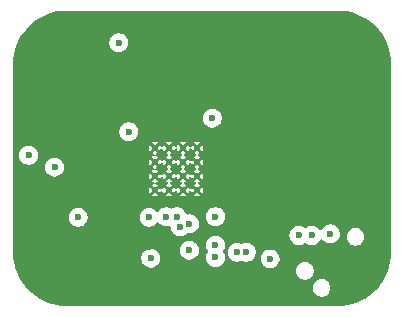
<source format=gbr>
%TF.GenerationSoftware,KiCad,Pcbnew,9.0.3-9.0.3-0~ubuntu24.04.1*%
%TF.CreationDate,2025-07-11T01:45:30-04:00*%
%TF.ProjectId,tire_sensor,74697265-5f73-4656-9e73-6f722e6b6963,rev?*%
%TF.SameCoordinates,Original*%
%TF.FileFunction,Copper,L2,Inr*%
%TF.FilePolarity,Positive*%
%FSLAX46Y46*%
G04 Gerber Fmt 4.6, Leading zero omitted, Abs format (unit mm)*
G04 Created by KiCad (PCBNEW 9.0.3-9.0.3-0~ubuntu24.04.1) date 2025-07-11 01:45:30*
%MOMM*%
%LPD*%
G01*
G04 APERTURE LIST*
%TA.AperFunction,HeatsinkPad*%
%ADD10C,0.500000*%
%TD*%
%TA.AperFunction,ComponentPad*%
%ADD11R,0.500000X0.900000*%
%TD*%
%TA.AperFunction,ViaPad*%
%ADD12C,0.300000*%
%TD*%
%TA.AperFunction,ViaPad*%
%ADD13C,0.600000*%
%TD*%
%TA.AperFunction,ViaPad*%
%ADD14C,3.250000*%
%TD*%
G04 APERTURE END LIST*
D10*
%TO.N,GND*%
%TO.C,U1*%
X82330000Y58800000D03*
X82330000Y60000000D03*
X82330000Y61200000D03*
X82330000Y62400000D03*
X81130000Y58800000D03*
X81130000Y60000000D03*
X81130000Y61200000D03*
X81130000Y62400000D03*
X79930000Y58800000D03*
X79930000Y60000000D03*
X79930000Y61200000D03*
X79930000Y62400000D03*
X78730000Y58800000D03*
X78730000Y60000000D03*
X78730000Y61200000D03*
X78730000Y62400000D03*
%TD*%
D11*
%TO.N,GND*%
%TO.C,AE1*%
X90750000Y58400000D03*
%TD*%
D12*
%TO.N,GND*%
X87000000Y61100000D03*
D13*
X75750000Y58750000D03*
X89000000Y62500000D03*
X71000000Y66750000D03*
X69000000Y56500000D03*
X78250000Y50500000D03*
X87000000Y56750000D03*
X86250000Y71250000D03*
%TO.N,VDD_NRF*%
X72250000Y56500000D03*
%TO.N,GND*%
X84750000Y55500000D03*
%TO.N,VDD_NRF*%
X75685000Y71287500D03*
%TO.N,GND*%
X87000000Y63400000D03*
%TO.N,VDD_NRF*%
X78250000Y56500000D03*
X78400000Y53050000D03*
X68050000Y61750000D03*
%TO.N,GND*%
X74970000Y63750000D03*
X87400000Y66900000D03*
%TO.N,VDD_NRF*%
X93600000Y55100000D03*
%TO.N,/nRESET*%
X92037443Y54962557D03*
X90937557Y54962557D03*
%TO.N,VDD_NRF*%
X88500000Y53000000D03*
D12*
%TO.N,GND*%
X90700000Y59100000D03*
X90443879Y59926017D03*
X90657697Y61050000D03*
X90192136Y61039320D03*
X90000000Y60000000D03*
X89600000Y60000000D03*
X89200000Y60000000D03*
X88800000Y60000000D03*
X88400000Y60000000D03*
X88000000Y60000000D03*
X87600000Y60000000D03*
X87400000Y61000000D03*
X87800000Y61000000D03*
X88200000Y61000000D03*
X88600000Y61000000D03*
X89000000Y61000000D03*
X89400000Y61000000D03*
D14*
X70750000Y52750000D03*
X70750000Y70250000D03*
D13*
%TO.N,VDD_NRF*%
X76530000Y63750000D03*
X70250000Y60750000D03*
X83600000Y64900000D03*
D12*
%TO.N,GND*%
X85200000Y59780000D03*
X85600000Y59780000D03*
D13*
X86250000Y62500000D03*
D12*
X89800000Y60980000D03*
D13*
X83600000Y65900000D03*
X75250000Y62750000D03*
X77220000Y65050000D03*
X82600000Y65900000D03*
X88500000Y54000000D03*
X84600000Y66100000D03*
D12*
X86000000Y59780000D03*
X87200000Y60000000D03*
D13*
X77250000Y56500000D03*
X78250000Y54000000D03*
X81600000Y65900000D03*
X79250000Y54000000D03*
X73000000Y59000000D03*
X84750000Y59500000D03*
X85700000Y64700000D03*
D12*
X86800000Y59780000D03*
D13*
X72750000Y63500000D03*
D12*
X86400000Y59780000D03*
D13*
X86250000Y61500000D03*
X70250000Y62750000D03*
%TO.N,/SDO*%
X81671956Y53722419D03*
X81671956Y55950000D03*
X83880000Y53100000D03*
%TO.N,/CS_DPS368*%
X80880000Y55700000D03*
%TO.N,/SDI*%
X83880000Y54145400D03*
%TO.N,/SCK*%
X83880000Y56550000D03*
%TO.N,/INT_LIS3DHTR*%
X86482403Y53550000D03*
X79730000Y56550000D03*
%TO.N,/CS_LIS3DHTR*%
X80601400Y56550000D03*
X85730000Y53550000D03*
%TO.N,GND*%
X97400000Y56100000D03*
D12*
X97600000Y56800000D03*
X96800000Y56800000D03*
X90800000Y70200000D03*
X93600000Y56800000D03*
X90800000Y67400000D03*
X90700000Y59500000D03*
X90800000Y66200000D03*
D13*
X97400000Y55400000D03*
D12*
X90800000Y65400000D03*
X92400000Y56800000D03*
X90800000Y64600000D03*
X96000000Y56800000D03*
X90800000Y69000000D03*
X98400000Y56800000D03*
X98000000Y56800000D03*
X90800000Y63400000D03*
X90800000Y61400000D03*
X90800000Y66600000D03*
X94800000Y56800000D03*
X90800000Y57600000D03*
X90800000Y56800000D03*
X90800000Y70600000D03*
X94400000Y56800000D03*
X90800000Y65800000D03*
X90800000Y63800000D03*
X93200000Y56800000D03*
X90800000Y71000000D03*
X90800000Y68200000D03*
X90800000Y62600000D03*
X90800000Y73000000D03*
X97200000Y56800000D03*
X90800000Y69800000D03*
X92000000Y56800000D03*
X90800000Y65000000D03*
X90800000Y68600000D03*
X92800000Y56800000D03*
X90800000Y73400000D03*
X95600000Y56800000D03*
X90800000Y72200000D03*
X90800000Y71400000D03*
X90800000Y69400000D03*
X90800000Y71800000D03*
X94000000Y56800000D03*
X90800000Y63000000D03*
X91600000Y56800000D03*
X96400000Y56800000D03*
X90800000Y62200000D03*
X95200000Y56800000D03*
X90800000Y72600000D03*
X90800000Y67000000D03*
X91200000Y56800000D03*
X90800000Y73800000D03*
X90800000Y64200000D03*
X90800000Y57200000D03*
X90800000Y61800000D03*
X90800000Y67800000D03*
D13*
X89500000Y54000000D03*
%TD*%
%TA.AperFunction,Conductor*%
%TO.N,GND*%
G36*
X94184112Y73999499D02*
G01*
X94247300Y73999500D01*
X94252707Y73999382D01*
X94636754Y73982617D01*
X94647530Y73981674D01*
X94657147Y73980408D01*
X95025969Y73931854D01*
X95036600Y73929981D01*
X95409286Y73847360D01*
X95419712Y73844566D01*
X95783774Y73729779D01*
X95793902Y73726093D01*
X96146581Y73580009D01*
X96156372Y73575443D01*
X96494941Y73399195D01*
X96504309Y73393787D01*
X96826236Y73188697D01*
X96835094Y73182495D01*
X97137925Y72950123D01*
X97146212Y72943169D01*
X97427629Y72685296D01*
X97435278Y72677647D01*
X97693154Y72396222D01*
X97700107Y72387935D01*
X97932468Y72085112D01*
X97938673Y72076250D01*
X98143755Y71754330D01*
X98149164Y71744962D01*
X98325412Y71406386D01*
X98329981Y71396587D01*
X98476057Y71043920D01*
X98479756Y71033754D01*
X98594526Y70669732D01*
X98597326Y70659283D01*
X98679939Y70286619D01*
X98681817Y70275965D01*
X98731631Y69897537D01*
X98732574Y69886761D01*
X98749381Y69501686D01*
X98749499Y69496281D01*
X98749499Y69463788D01*
X98749499Y69434116D01*
X98749499Y69434114D01*
X98749500Y69424122D01*
X98749500Y53502705D01*
X98749382Y53497296D01*
X98732615Y53113248D01*
X98731672Y53102472D01*
X98681851Y52724042D01*
X98679973Y52713389D01*
X98597357Y52340728D01*
X98594557Y52330279D01*
X98479778Y51966246D01*
X98476078Y51956080D01*
X98330006Y51603430D01*
X98325434Y51593626D01*
X98149187Y51255060D01*
X98143779Y51245692D01*
X97938689Y50923765D01*
X97932484Y50914903D01*
X97700110Y50612068D01*
X97693156Y50603781D01*
X97435294Y50322376D01*
X97427645Y50314727D01*
X97146213Y50056845D01*
X97137926Y50049892D01*
X96835109Y49817533D01*
X96826248Y49811328D01*
X96504318Y49606238D01*
X96494950Y49600830D01*
X96156371Y49424578D01*
X96146566Y49420006D01*
X95793926Y49273941D01*
X95783761Y49270241D01*
X95419725Y49155462D01*
X95409275Y49152662D01*
X95036612Y49070048D01*
X95025959Y49068170D01*
X94647531Y49018352D01*
X94636755Y49017409D01*
X94252130Y49000619D01*
X94246724Y49000501D01*
X94214422Y49000501D01*
X94184112Y49000501D01*
X94184108Y49000501D01*
X94176504Y49000500D01*
X94176503Y49000501D01*
X94176502Y49000500D01*
X71252712Y49000500D01*
X71247302Y49000618D01*
X70863252Y49017389D01*
X70852476Y49018332D01*
X70474044Y49068156D01*
X70463391Y49070034D01*
X70090728Y49152653D01*
X70080279Y49155453D01*
X69716242Y49270235D01*
X69706077Y49273935D01*
X69353427Y49420008D01*
X69343623Y49424580D01*
X69005056Y49600827D01*
X68995688Y49606235D01*
X68673752Y49811330D01*
X68664891Y49817535D01*
X68362072Y50049896D01*
X68353785Y50056849D01*
X68072358Y50314727D01*
X68064709Y50322376D01*
X67872358Y50532288D01*
X67857973Y50547986D01*
X67806823Y50603806D01*
X67801647Y50609975D01*
X92125582Y50609975D01*
X92125582Y50463056D01*
X92153565Y50322376D01*
X92154242Y50318973D01*
X92164626Y50293904D01*
X92210460Y50183249D01*
X92210465Y50183240D01*
X92292080Y50061096D01*
X92292083Y50061092D01*
X92395958Y49957217D01*
X92395962Y49957214D01*
X92518106Y49875599D01*
X92518112Y49875596D01*
X92518113Y49875595D01*
X92653840Y49819375D01*
X92797922Y49790716D01*
X92797926Y49790715D01*
X92797927Y49790715D01*
X92944838Y49790715D01*
X92944839Y49790716D01*
X93088924Y49819375D01*
X93224651Y49875595D01*
X93346802Y49957214D01*
X93450683Y50061095D01*
X93532302Y50183246D01*
X93588522Y50318973D01*
X93617182Y50463060D01*
X93617182Y50609970D01*
X93588522Y50754057D01*
X93532302Y50889784D01*
X93532301Y50889785D01*
X93532298Y50889791D01*
X93450683Y51011935D01*
X93450680Y51011939D01*
X93346805Y51115814D01*
X93346801Y51115817D01*
X93224657Y51197432D01*
X93224648Y51197437D01*
X93108148Y51245692D01*
X93088924Y51253655D01*
X93088920Y51253656D01*
X93088916Y51253657D01*
X92944841Y51282315D01*
X92944837Y51282315D01*
X92797927Y51282315D01*
X92797922Y51282315D01*
X92653847Y51253657D01*
X92653837Y51253654D01*
X92518115Y51197437D01*
X92518106Y51197432D01*
X92395962Y51115817D01*
X92395958Y51115814D01*
X92292083Y51011939D01*
X92292080Y51011935D01*
X92210465Y50889791D01*
X92210460Y50889782D01*
X92154243Y50754060D01*
X92154240Y50754050D01*
X92125582Y50609975D01*
X67801647Y50609975D01*
X67799875Y50612087D01*
X67746251Y50681970D01*
X67567509Y50914909D01*
X67561307Y50923766D01*
X67505136Y51011935D01*
X67356213Y51245695D01*
X67350806Y51255059D01*
X67174542Y51593650D01*
X67169985Y51603421D01*
X67035053Y51929168D01*
X67023899Y51956096D01*
X67020200Y51966260D01*
X66994800Y52046816D01*
X90688741Y52046816D01*
X90688741Y51899897D01*
X90717399Y51755822D01*
X90717402Y51755812D01*
X90773619Y51620090D01*
X90773624Y51620081D01*
X90855239Y51497937D01*
X90855242Y51497933D01*
X90959117Y51394058D01*
X90959121Y51394055D01*
X91081265Y51312440D01*
X91081271Y51312437D01*
X91081272Y51312436D01*
X91216999Y51256216D01*
X91361081Y51227557D01*
X91361085Y51227556D01*
X91361086Y51227556D01*
X91507997Y51227556D01*
X91507998Y51227557D01*
X91652083Y51256216D01*
X91787810Y51312436D01*
X91909961Y51394055D01*
X92013842Y51497936D01*
X92095461Y51620087D01*
X92151681Y51755814D01*
X92180341Y51899901D01*
X92180341Y52046811D01*
X92151681Y52190898D01*
X92095461Y52326625D01*
X92095460Y52326626D01*
X92095457Y52326632D01*
X92013842Y52448776D01*
X92013839Y52448780D01*
X91909964Y52552655D01*
X91909960Y52552658D01*
X91787816Y52634273D01*
X91787807Y52634278D01*
X91652085Y52690495D01*
X91652086Y52690495D01*
X91652083Y52690496D01*
X91652079Y52690497D01*
X91652075Y52690498D01*
X91508000Y52719156D01*
X91507996Y52719156D01*
X91361086Y52719156D01*
X91361081Y52719156D01*
X91217006Y52690498D01*
X91216996Y52690495D01*
X91081274Y52634278D01*
X91081265Y52634273D01*
X90959121Y52552658D01*
X90959117Y52552655D01*
X90855242Y52448780D01*
X90855239Y52448776D01*
X90773624Y52326632D01*
X90773619Y52326623D01*
X90717402Y52190901D01*
X90717399Y52190891D01*
X90688741Y52046816D01*
X66994800Y52046816D01*
X66905411Y52330309D01*
X66902618Y52340736D01*
X66896075Y52370249D01*
X66819992Y52713410D01*
X66818121Y52724021D01*
X66768287Y53102501D01*
X66767347Y53113248D01*
X66766666Y53128847D01*
X77599500Y53128847D01*
X77599500Y52971154D01*
X77630261Y52816511D01*
X77630264Y52816499D01*
X77690602Y52670828D01*
X77690609Y52670815D01*
X77778210Y52539712D01*
X77778213Y52539708D01*
X77889707Y52428214D01*
X77889711Y52428211D01*
X78020814Y52340610D01*
X78020827Y52340603D01*
X78166498Y52280265D01*
X78166503Y52280263D01*
X78321153Y52249501D01*
X78321156Y52249500D01*
X78321158Y52249500D01*
X78478844Y52249500D01*
X78478845Y52249501D01*
X78633497Y52280263D01*
X78779179Y52340606D01*
X78910289Y52428211D01*
X79021789Y52539711D01*
X79109394Y52670821D01*
X79169737Y52816503D01*
X79200500Y52971158D01*
X79200500Y53128842D01*
X79200500Y53128845D01*
X79200499Y53128847D01*
X79200364Y53129526D01*
X79169737Y53283497D01*
X79156062Y53316511D01*
X79109397Y53429173D01*
X79109390Y53429186D01*
X79021789Y53560289D01*
X79021786Y53560293D01*
X78910292Y53671787D01*
X78910288Y53671790D01*
X78861707Y53704251D01*
X78779185Y53759391D01*
X78779172Y53759398D01*
X78678092Y53801266D01*
X80871456Y53801266D01*
X80871456Y53643573D01*
X80902217Y53488930D01*
X80902220Y53488918D01*
X80962558Y53343247D01*
X80962565Y53343234D01*
X81050166Y53212131D01*
X81050169Y53212127D01*
X81161663Y53100633D01*
X81161667Y53100630D01*
X81292770Y53013029D01*
X81292783Y53013022D01*
X81393858Y52971156D01*
X81438459Y52952682D01*
X81593109Y52921920D01*
X81593112Y52921919D01*
X81593114Y52921919D01*
X81750800Y52921919D01*
X81750801Y52921920D01*
X81905453Y52952682D01*
X82051135Y53013025D01*
X82182245Y53100630D01*
X82293745Y53212130D01*
X82381350Y53343240D01*
X82441693Y53488922D01*
X82472456Y53643577D01*
X82472456Y53801261D01*
X82472456Y53801264D01*
X82472455Y53801266D01*
X82462662Y53850500D01*
X82441693Y53955916D01*
X82395864Y54066558D01*
X82381353Y54101592D01*
X82381351Y54101596D01*
X82381350Y54101598D01*
X82334449Y54171790D01*
X82299399Y54224247D01*
X83079500Y54224247D01*
X83079500Y54066554D01*
X83110261Y53911911D01*
X83110264Y53911899D01*
X83170602Y53766228D01*
X83170608Y53766217D01*
X83220472Y53691590D01*
X83241349Y53624913D01*
X83222864Y53557533D01*
X83220472Y53553810D01*
X83170608Y53479184D01*
X83170602Y53479173D01*
X83110264Y53333502D01*
X83110261Y53333490D01*
X83079500Y53178847D01*
X83079500Y53021154D01*
X83110261Y52866511D01*
X83110264Y52866499D01*
X83170602Y52720828D01*
X83170609Y52720815D01*
X83258210Y52589712D01*
X83258213Y52589708D01*
X83369707Y52478214D01*
X83369711Y52478211D01*
X83500814Y52390610D01*
X83500827Y52390603D01*
X83646464Y52330279D01*
X83646503Y52330263D01*
X83801153Y52299501D01*
X83801156Y52299500D01*
X83801158Y52299500D01*
X83958844Y52299500D01*
X83958845Y52299501D01*
X84113497Y52330263D01*
X84259179Y52390606D01*
X84390289Y52478211D01*
X84501789Y52589711D01*
X84589394Y52720821D01*
X84649737Y52866503D01*
X84680500Y53021158D01*
X84680500Y53178842D01*
X84680500Y53178845D01*
X84680499Y53178847D01*
X84673879Y53212127D01*
X84649737Y53333497D01*
X84645701Y53343240D01*
X84589397Y53479173D01*
X84589390Y53479186D01*
X84539528Y53553809D01*
X84533553Y53572888D01*
X84523047Y53589898D01*
X84523326Y53605550D01*
X84518650Y53620486D01*
X84520943Y53628847D01*
X84929500Y53628847D01*
X84929500Y53471154D01*
X84960261Y53316511D01*
X84960264Y53316499D01*
X85020602Y53170828D01*
X85020609Y53170815D01*
X85108210Y53039712D01*
X85108213Y53039708D01*
X85219707Y52928214D01*
X85219711Y52928211D01*
X85350814Y52840610D01*
X85350827Y52840603D01*
X85496498Y52780265D01*
X85496503Y52780263D01*
X85651153Y52749501D01*
X85651156Y52749500D01*
X85651158Y52749500D01*
X85808844Y52749500D01*
X85808845Y52749501D01*
X85963497Y52780263D01*
X86058750Y52819719D01*
X86128217Y52827187D01*
X86153649Y52819720D01*
X86248906Y52780263D01*
X86403556Y52749501D01*
X86403559Y52749500D01*
X86403561Y52749500D01*
X86561247Y52749500D01*
X86561248Y52749501D01*
X86715900Y52780263D01*
X86861582Y52840606D01*
X86992692Y52928211D01*
X87104192Y53039711D01*
X87130342Y53078847D01*
X87699500Y53078847D01*
X87699500Y52921154D01*
X87730261Y52766511D01*
X87730264Y52766499D01*
X87790602Y52620828D01*
X87790609Y52620815D01*
X87878210Y52489712D01*
X87878213Y52489708D01*
X87989707Y52378214D01*
X87989711Y52378211D01*
X88120814Y52290610D01*
X88120827Y52290603D01*
X88220060Y52249500D01*
X88266503Y52230263D01*
X88421153Y52199501D01*
X88421156Y52199500D01*
X88421158Y52199500D01*
X88578844Y52199500D01*
X88578845Y52199501D01*
X88733497Y52230263D01*
X88879179Y52290606D01*
X89010289Y52378211D01*
X89121789Y52489711D01*
X89209394Y52620821D01*
X89269737Y52766503D01*
X89300500Y52921158D01*
X89300500Y53078842D01*
X89300500Y53078845D01*
X89300499Y53078847D01*
X89295798Y53102482D01*
X89269737Y53233497D01*
X89253582Y53272499D01*
X89209397Y53379173D01*
X89209390Y53379186D01*
X89121789Y53510289D01*
X89121786Y53510293D01*
X89010292Y53621787D01*
X89010288Y53621790D01*
X88879185Y53709391D01*
X88879172Y53709398D01*
X88733501Y53769736D01*
X88733489Y53769739D01*
X88578845Y53800500D01*
X88578842Y53800500D01*
X88421158Y53800500D01*
X88421155Y53800500D01*
X88266510Y53769739D01*
X88266498Y53769736D01*
X88120827Y53709398D01*
X88120814Y53709391D01*
X87989711Y53621790D01*
X87989707Y53621787D01*
X87878213Y53510293D01*
X87878210Y53510289D01*
X87790609Y53379186D01*
X87790602Y53379173D01*
X87730264Y53233502D01*
X87730261Y53233490D01*
X87699500Y53078847D01*
X87130342Y53078847D01*
X87153337Y53113261D01*
X87180441Y53153825D01*
X87180441Y53153826D01*
X87191797Y53170821D01*
X87195122Y53178847D01*
X87233913Y53272499D01*
X87252140Y53316503D01*
X87282903Y53471158D01*
X87282903Y53628842D01*
X87282903Y53628845D01*
X87282902Y53628847D01*
X87271162Y53687866D01*
X87252140Y53783497D01*
X87244780Y53801266D01*
X87191800Y53929173D01*
X87191793Y53929186D01*
X87104192Y54060289D01*
X87104189Y54060293D01*
X86992695Y54171787D01*
X86992691Y54171790D01*
X86861588Y54259391D01*
X86861575Y54259398D01*
X86715904Y54319736D01*
X86715892Y54319739D01*
X86561248Y54350500D01*
X86561245Y54350500D01*
X86403561Y54350500D01*
X86403558Y54350500D01*
X86248914Y54319740D01*
X86248913Y54319739D01*
X86248910Y54319738D01*
X86248906Y54319737D01*
X86153650Y54280282D01*
X86084183Y54272814D01*
X86058749Y54280283D01*
X85963498Y54319737D01*
X85963488Y54319740D01*
X85808845Y54350500D01*
X85808842Y54350500D01*
X85651158Y54350500D01*
X85651155Y54350500D01*
X85496510Y54319739D01*
X85496498Y54319736D01*
X85350827Y54259398D01*
X85350814Y54259391D01*
X85219711Y54171790D01*
X85219707Y54171787D01*
X85108213Y54060293D01*
X85108210Y54060289D01*
X85020609Y53929186D01*
X85020602Y53929173D01*
X84960264Y53783502D01*
X84960261Y53783490D01*
X84929500Y53628847D01*
X84520943Y53628847D01*
X84523938Y53639765D01*
X84524296Y53659756D01*
X84536311Y53684868D01*
X84537134Y53687866D01*
X84539530Y53691594D01*
X84547705Y53703828D01*
X84547705Y53703829D01*
X84589390Y53766215D01*
X84589391Y53766217D01*
X84589394Y53766221D01*
X84649737Y53911903D01*
X84680500Y54066558D01*
X84680500Y54224242D01*
X84680500Y54224245D01*
X84680499Y54224247D01*
X84661505Y54319736D01*
X84649737Y54378897D01*
X84627817Y54431817D01*
X84589397Y54524573D01*
X84589390Y54524586D01*
X84501789Y54655689D01*
X84501786Y54655693D01*
X84390292Y54767187D01*
X84390288Y54767190D01*
X84259185Y54854791D01*
X84259172Y54854798D01*
X84113501Y54915136D01*
X84113491Y54915139D01*
X84059521Y54925874D01*
X84059520Y54925875D01*
X83958845Y54945900D01*
X83958842Y54945900D01*
X83801158Y54945900D01*
X83801155Y54945900D01*
X83646510Y54915139D01*
X83646498Y54915136D01*
X83500827Y54854798D01*
X83500814Y54854791D01*
X83369711Y54767190D01*
X83369707Y54767187D01*
X83258213Y54655693D01*
X83258210Y54655689D01*
X83170609Y54524586D01*
X83170602Y54524573D01*
X83110264Y54378902D01*
X83110261Y54378890D01*
X83079500Y54224247D01*
X82299399Y54224247D01*
X82293745Y54232709D01*
X82182248Y54344206D01*
X82182244Y54344209D01*
X82051141Y54431810D01*
X82051128Y54431817D01*
X81905457Y54492155D01*
X81905445Y54492158D01*
X81750801Y54522919D01*
X81750798Y54522919D01*
X81593114Y54522919D01*
X81593111Y54522919D01*
X81438466Y54492158D01*
X81438454Y54492155D01*
X81292783Y54431817D01*
X81292770Y54431810D01*
X81161667Y54344209D01*
X81161663Y54344206D01*
X81050169Y54232712D01*
X81050166Y54232708D01*
X80962565Y54101605D01*
X80962558Y54101592D01*
X80902220Y53955921D01*
X80902217Y53955909D01*
X80871456Y53801266D01*
X78678092Y53801266D01*
X78633501Y53819736D01*
X78633489Y53819739D01*
X78478845Y53850500D01*
X78478842Y53850500D01*
X78321158Y53850500D01*
X78321155Y53850500D01*
X78166510Y53819739D01*
X78166498Y53819736D01*
X78020827Y53759398D01*
X78020814Y53759391D01*
X77889711Y53671790D01*
X77889707Y53671787D01*
X77778213Y53560293D01*
X77778210Y53560289D01*
X77690609Y53429186D01*
X77690602Y53429173D01*
X77630264Y53283502D01*
X77630261Y53283490D01*
X77599500Y53128847D01*
X66766666Y53128847D01*
X66750618Y53496278D01*
X66750500Y53501689D01*
X66750500Y56578847D01*
X71449500Y56578847D01*
X71449500Y56421154D01*
X71480261Y56266511D01*
X71480264Y56266499D01*
X71540602Y56120828D01*
X71540609Y56120815D01*
X71628210Y55989712D01*
X71628213Y55989708D01*
X71739707Y55878214D01*
X71739711Y55878211D01*
X71870814Y55790610D01*
X71870827Y55790603D01*
X72011602Y55732293D01*
X72016503Y55730263D01*
X72171153Y55699501D01*
X72171156Y55699500D01*
X72171158Y55699500D01*
X72328844Y55699500D01*
X72328845Y55699501D01*
X72483497Y55730263D01*
X72629179Y55790606D01*
X72760289Y55878211D01*
X72871789Y55989711D01*
X72959394Y56120821D01*
X73019737Y56266503D01*
X73050500Y56421158D01*
X73050500Y56578842D01*
X73050500Y56578845D01*
X73050499Y56578847D01*
X77449500Y56578847D01*
X77449500Y56421154D01*
X77480261Y56266511D01*
X77480264Y56266499D01*
X77540602Y56120828D01*
X77540609Y56120815D01*
X77628210Y55989712D01*
X77628213Y55989708D01*
X77739707Y55878214D01*
X77739711Y55878211D01*
X77870814Y55790610D01*
X77870827Y55790603D01*
X78011602Y55732293D01*
X78016503Y55730263D01*
X78171153Y55699501D01*
X78171156Y55699500D01*
X78171158Y55699500D01*
X78328844Y55699500D01*
X78328845Y55699501D01*
X78483497Y55730263D01*
X78629179Y55790606D01*
X78760289Y55878211D01*
X78871789Y55989711D01*
X78903602Y56037324D01*
X78957213Y56082127D01*
X79026538Y56090835D01*
X79089566Y56060681D01*
X79103944Y56044089D01*
X79104347Y56044419D01*
X79108213Y56039708D01*
X79219707Y55928214D01*
X79219711Y55928211D01*
X79350814Y55840610D01*
X79350827Y55840603D01*
X79496498Y55780265D01*
X79496503Y55780263D01*
X79651153Y55749501D01*
X79651156Y55749500D01*
X79651158Y55749500D01*
X79808844Y55749500D01*
X79931308Y55773860D01*
X80000900Y55767633D01*
X80056077Y55724770D01*
X80079322Y55658880D01*
X80079500Y55652243D01*
X80079500Y55621154D01*
X80110261Y55466511D01*
X80110264Y55466499D01*
X80170602Y55320828D01*
X80170609Y55320815D01*
X80258210Y55189712D01*
X80258213Y55189708D01*
X80369707Y55078214D01*
X80369711Y55078211D01*
X80500814Y54990610D01*
X80500827Y54990603D01*
X80646498Y54930265D01*
X80646503Y54930263D01*
X80801153Y54899501D01*
X80801156Y54899500D01*
X80801158Y54899500D01*
X80958844Y54899500D01*
X80958845Y54899501D01*
X81113497Y54930263D01*
X81259179Y54990606D01*
X81335203Y55041404D01*
X90137057Y55041404D01*
X90137057Y54883711D01*
X90167818Y54729068D01*
X90167821Y54729056D01*
X90228159Y54583385D01*
X90228166Y54583372D01*
X90315767Y54452269D01*
X90315770Y54452265D01*
X90427264Y54340771D01*
X90427268Y54340768D01*
X90558371Y54253167D01*
X90558384Y54253160D01*
X90704055Y54192822D01*
X90704060Y54192820D01*
X90858710Y54162058D01*
X90858713Y54162057D01*
X90858715Y54162057D01*
X91016401Y54162057D01*
X91016402Y54162058D01*
X91171054Y54192820D01*
X91316736Y54253163D01*
X91418611Y54321235D01*
X91485286Y54342111D01*
X91552666Y54323627D01*
X91556344Y54321264D01*
X91658264Y54253163D01*
X91658266Y54253162D01*
X91658270Y54253160D01*
X91803941Y54192822D01*
X91803946Y54192820D01*
X91958596Y54162058D01*
X91958599Y54162057D01*
X91958601Y54162057D01*
X92116287Y54162057D01*
X92116288Y54162058D01*
X92270940Y54192820D01*
X92416622Y54253163D01*
X92547732Y54340768D01*
X92659232Y54452268D01*
X92746837Y54583378D01*
X92748218Y54586713D01*
X92749408Y54588191D01*
X92749707Y54588748D01*
X92749812Y54588692D01*
X92792053Y54641118D01*
X92858345Y54663189D01*
X92926046Y54645915D01*
X92965884Y54608159D01*
X92978210Y54589712D01*
X92978213Y54589708D01*
X93089707Y54478214D01*
X93089711Y54478211D01*
X93220814Y54390610D01*
X93220827Y54390603D01*
X93332841Y54344206D01*
X93366503Y54330263D01*
X93521153Y54299501D01*
X93521156Y54299500D01*
X93521158Y54299500D01*
X93678844Y54299500D01*
X93678845Y54299501D01*
X93833497Y54330263D01*
X93950923Y54378902D01*
X93979172Y54390603D01*
X93979172Y54390604D01*
X93979179Y54390606D01*
X94110289Y54478211D01*
X94221789Y54589711D01*
X94309394Y54720821D01*
X94369737Y54866503D01*
X94379411Y54915137D01*
X94380477Y54920498D01*
X94999264Y54920498D01*
X94999264Y54773579D01*
X95027922Y54629504D01*
X95027925Y54629494D01*
X95084142Y54493772D01*
X95084147Y54493763D01*
X95165762Y54371619D01*
X95165765Y54371615D01*
X95269640Y54267740D01*
X95269644Y54267737D01*
X95391788Y54186122D01*
X95391794Y54186119D01*
X95391795Y54186118D01*
X95527522Y54129898D01*
X95669764Y54101605D01*
X95671604Y54101239D01*
X95671608Y54101238D01*
X95671609Y54101238D01*
X95818520Y54101238D01*
X95818521Y54101239D01*
X95962606Y54129898D01*
X96098333Y54186118D01*
X96220484Y54267737D01*
X96324365Y54371618D01*
X96405984Y54493769D01*
X96462204Y54629496D01*
X96490864Y54773583D01*
X96490864Y54920493D01*
X96462204Y55064580D01*
X96405984Y55200307D01*
X96405983Y55200308D01*
X96405980Y55200314D01*
X96324365Y55322458D01*
X96324362Y55322462D01*
X96220487Y55426337D01*
X96220483Y55426340D01*
X96098339Y55507955D01*
X96098330Y55507960D01*
X95962608Y55564177D01*
X95962609Y55564177D01*
X95962606Y55564178D01*
X95962602Y55564179D01*
X95962598Y55564180D01*
X95818523Y55592838D01*
X95818519Y55592838D01*
X95671609Y55592838D01*
X95671604Y55592838D01*
X95527529Y55564180D01*
X95527519Y55564177D01*
X95391797Y55507960D01*
X95391788Y55507955D01*
X95269644Y55426340D01*
X95269640Y55426337D01*
X95165765Y55322462D01*
X95165762Y55322458D01*
X95084147Y55200314D01*
X95084142Y55200305D01*
X95027925Y55064583D01*
X95027922Y55064573D01*
X94999264Y54920498D01*
X94380477Y54920498D01*
X94386501Y54950777D01*
X94386501Y54950778D01*
X94400499Y55021154D01*
X94400500Y55021156D01*
X94400500Y55178845D01*
X94400499Y55178847D01*
X94388213Y55240610D01*
X94369737Y55333497D01*
X94366324Y55341736D01*
X94309397Y55479173D01*
X94309390Y55479186D01*
X94221789Y55610289D01*
X94221786Y55610293D01*
X94110292Y55721787D01*
X94110288Y55721790D01*
X93979185Y55809391D01*
X93979172Y55809398D01*
X93833501Y55869736D01*
X93833489Y55869739D01*
X93678845Y55900500D01*
X93678842Y55900500D01*
X93521158Y55900500D01*
X93521155Y55900500D01*
X93366510Y55869739D01*
X93366498Y55869736D01*
X93220827Y55809398D01*
X93220814Y55809391D01*
X93089711Y55721790D01*
X93089707Y55721787D01*
X92978213Y55610293D01*
X92978210Y55610289D01*
X92890609Y55479186D01*
X92890603Y55479174D01*
X92889219Y55475832D01*
X92888026Y55474352D01*
X92887736Y55473809D01*
X92887632Y55473865D01*
X92845375Y55421430D01*
X92779080Y55399369D01*
X92711381Y55416651D01*
X92671557Y55454400D01*
X92659230Y55472849D01*
X92547735Y55584344D01*
X92547731Y55584347D01*
X92416628Y55671948D01*
X92416615Y55671955D01*
X92270944Y55732293D01*
X92270932Y55732296D01*
X92116288Y55763057D01*
X92116285Y55763057D01*
X91958601Y55763057D01*
X91958598Y55763057D01*
X91803953Y55732296D01*
X91803941Y55732293D01*
X91658270Y55671955D01*
X91658257Y55671948D01*
X91556391Y55603882D01*
X91489714Y55583004D01*
X91422333Y55601488D01*
X91418609Y55603882D01*
X91316742Y55671948D01*
X91316729Y55671955D01*
X91171058Y55732293D01*
X91171046Y55732296D01*
X91016402Y55763057D01*
X91016399Y55763057D01*
X90858715Y55763057D01*
X90858712Y55763057D01*
X90704067Y55732296D01*
X90704055Y55732293D01*
X90558384Y55671955D01*
X90558371Y55671948D01*
X90427268Y55584347D01*
X90427264Y55584344D01*
X90315770Y55472850D01*
X90315767Y55472846D01*
X90228166Y55341743D01*
X90228159Y55341730D01*
X90167821Y55196059D01*
X90167818Y55196047D01*
X90137057Y55041404D01*
X81335203Y55041404D01*
X81390289Y55078211D01*
X81436534Y55124457D01*
X81497856Y55157942D01*
X81548407Y55158393D01*
X81550675Y55157942D01*
X81593113Y55149500D01*
X81593114Y55149500D01*
X81750800Y55149500D01*
X81750801Y55149501D01*
X81905453Y55180263D01*
X82051135Y55240606D01*
X82182245Y55328211D01*
X82293745Y55439711D01*
X82381350Y55570821D01*
X82441693Y55716503D01*
X82472456Y55871158D01*
X82472456Y56028842D01*
X82472456Y56028845D01*
X82472455Y56028847D01*
X82469423Y56044089D01*
X82441693Y56183497D01*
X82407308Y56266511D01*
X82381353Y56329173D01*
X82381346Y56329186D01*
X82293745Y56460289D01*
X82293742Y56460293D01*
X82182248Y56571787D01*
X82182244Y56571790D01*
X82096853Y56628847D01*
X83079500Y56628847D01*
X83079500Y56471154D01*
X83110261Y56316511D01*
X83110264Y56316499D01*
X83170602Y56170828D01*
X83170609Y56170815D01*
X83258210Y56039712D01*
X83258213Y56039708D01*
X83369707Y55928214D01*
X83369711Y55928211D01*
X83500814Y55840610D01*
X83500827Y55840603D01*
X83646498Y55780265D01*
X83646503Y55780263D01*
X83801153Y55749501D01*
X83801156Y55749500D01*
X83801158Y55749500D01*
X83958844Y55749500D01*
X83958845Y55749501D01*
X84113497Y55780263D01*
X84259179Y55840606D01*
X84390289Y55928211D01*
X84501789Y56039711D01*
X84589394Y56170821D01*
X84649737Y56316503D01*
X84680500Y56471158D01*
X84680500Y56628842D01*
X84680500Y56628845D01*
X84680499Y56628847D01*
X84659684Y56733490D01*
X84649737Y56783497D01*
X84649735Y56783502D01*
X84589397Y56929173D01*
X84589390Y56929186D01*
X84501789Y57060289D01*
X84501786Y57060293D01*
X84390292Y57171787D01*
X84390288Y57171790D01*
X84259185Y57259391D01*
X84259172Y57259398D01*
X84113501Y57319736D01*
X84113489Y57319739D01*
X83958845Y57350500D01*
X83958842Y57350500D01*
X83801158Y57350500D01*
X83801155Y57350500D01*
X83646510Y57319739D01*
X83646498Y57319736D01*
X83500827Y57259398D01*
X83500814Y57259391D01*
X83369711Y57171790D01*
X83369707Y57171787D01*
X83258213Y57060293D01*
X83258210Y57060289D01*
X83170609Y56929186D01*
X83170602Y56929173D01*
X83110264Y56783502D01*
X83110261Y56783490D01*
X83079500Y56628847D01*
X82096853Y56628847D01*
X82051141Y56659391D01*
X82051128Y56659398D01*
X81905457Y56719736D01*
X81905445Y56719739D01*
X81750801Y56750500D01*
X81750798Y56750500D01*
X81593114Y56750500D01*
X81560188Y56743951D01*
X81500469Y56732072D01*
X81430877Y56738300D01*
X81375700Y56781164D01*
X81361721Y56806228D01*
X81310794Y56929179D01*
X81310792Y56929182D01*
X81310790Y56929186D01*
X81223189Y57060289D01*
X81223186Y57060293D01*
X81111692Y57171787D01*
X81111688Y57171790D01*
X80980585Y57259391D01*
X80980572Y57259398D01*
X80834901Y57319736D01*
X80834889Y57319739D01*
X80680245Y57350500D01*
X80680242Y57350500D01*
X80522558Y57350500D01*
X80522555Y57350500D01*
X80367910Y57319739D01*
X80367898Y57319736D01*
X80216592Y57257063D01*
X80215911Y57258708D01*
X80155730Y57246187D01*
X80115229Y57258080D01*
X80114808Y57257063D01*
X79963501Y57319736D01*
X79963489Y57319739D01*
X79808845Y57350500D01*
X79808842Y57350500D01*
X79651158Y57350500D01*
X79651155Y57350500D01*
X79496510Y57319739D01*
X79496498Y57319736D01*
X79350827Y57259398D01*
X79350814Y57259391D01*
X79219711Y57171790D01*
X79219707Y57171787D01*
X79108213Y57060293D01*
X79108208Y57060287D01*
X79076396Y57012677D01*
X79022783Y56967873D01*
X78953458Y56959166D01*
X78890431Y56989321D01*
X78876056Y57005912D01*
X78875653Y57005581D01*
X78871786Y57010293D01*
X78760292Y57121787D01*
X78760288Y57121790D01*
X78629185Y57209391D01*
X78629172Y57209398D01*
X78483501Y57269736D01*
X78483489Y57269739D01*
X78328845Y57300500D01*
X78328842Y57300500D01*
X78171158Y57300500D01*
X78171155Y57300500D01*
X78016510Y57269739D01*
X78016498Y57269736D01*
X77870827Y57209398D01*
X77870814Y57209391D01*
X77739711Y57121790D01*
X77739707Y57121787D01*
X77628213Y57010293D01*
X77628210Y57010289D01*
X77540609Y56879186D01*
X77540602Y56879173D01*
X77480264Y56733502D01*
X77480261Y56733490D01*
X77449500Y56578847D01*
X73050499Y56578847D01*
X73040553Y56628847D01*
X73019737Y56733497D01*
X72999993Y56781164D01*
X72959397Y56879173D01*
X72959390Y56879186D01*
X72871789Y57010289D01*
X72871786Y57010293D01*
X72760292Y57121787D01*
X72760288Y57121790D01*
X72629185Y57209391D01*
X72629172Y57209398D01*
X72483501Y57269736D01*
X72483489Y57269739D01*
X72328845Y57300500D01*
X72328842Y57300500D01*
X72171158Y57300500D01*
X72171155Y57300500D01*
X72016510Y57269739D01*
X72016498Y57269736D01*
X71870827Y57209398D01*
X71870814Y57209391D01*
X71739711Y57121790D01*
X71739707Y57121787D01*
X71628213Y57010293D01*
X71628210Y57010289D01*
X71540609Y56879186D01*
X71540602Y56879173D01*
X71480264Y56733502D01*
X71480261Y56733490D01*
X71449500Y56578847D01*
X66750500Y56578847D01*
X66750500Y58365307D01*
X78474910Y58365307D01*
X78535459Y58330349D01*
X78535458Y58330349D01*
X78663650Y58296000D01*
X78796350Y58296000D01*
X78924535Y58330348D01*
X78985086Y58365307D01*
X79674910Y58365307D01*
X79735459Y58330349D01*
X79735458Y58330349D01*
X79863650Y58296000D01*
X79996350Y58296000D01*
X80124535Y58330348D01*
X80185086Y58365307D01*
X80874910Y58365307D01*
X80935459Y58330349D01*
X80935458Y58330349D01*
X81063650Y58296000D01*
X81196350Y58296000D01*
X81324535Y58330348D01*
X81385086Y58365307D01*
X82074910Y58365307D01*
X82135459Y58330349D01*
X82135458Y58330349D01*
X82263650Y58296000D01*
X82396350Y58296000D01*
X82524535Y58330348D01*
X82585088Y58365308D01*
X82330001Y58620395D01*
X82074910Y58365307D01*
X81385086Y58365307D01*
X81385088Y58365308D01*
X81130001Y58620395D01*
X80874910Y58365307D01*
X80185086Y58365307D01*
X80185088Y58365308D01*
X79930001Y58620395D01*
X79674910Y58365307D01*
X78985086Y58365307D01*
X78985088Y58365308D01*
X78730001Y58620395D01*
X78474910Y58365307D01*
X66750500Y58365307D01*
X66750500Y58866351D01*
X78226000Y58866351D01*
X78226000Y58733650D01*
X78260347Y58605462D01*
X78260348Y58605461D01*
X78295306Y58544913D01*
X78295307Y58544912D01*
X78550394Y58799999D01*
X78550394Y58800000D01*
X78530503Y58819891D01*
X78630000Y58819891D01*
X78630000Y58780109D01*
X78645224Y58743355D01*
X78673355Y58715224D01*
X78710109Y58700000D01*
X78749891Y58700000D01*
X78786645Y58715224D01*
X78814776Y58743355D01*
X78830000Y58780109D01*
X78830000Y58800000D01*
X78909605Y58800000D01*
X78909605Y58799999D01*
X79164692Y58544912D01*
X79199653Y58605466D01*
X79210225Y58644920D01*
X79246590Y58704581D01*
X79309437Y58735110D01*
X79378812Y58726815D01*
X79432690Y58682330D01*
X79449775Y58644920D01*
X79460347Y58605464D01*
X79460348Y58605461D01*
X79495306Y58544913D01*
X79495307Y58544912D01*
X79750394Y58799999D01*
X79750394Y58800000D01*
X79730503Y58819891D01*
X79830000Y58819891D01*
X79830000Y58780109D01*
X79845224Y58743355D01*
X79873355Y58715224D01*
X79910109Y58700000D01*
X79949891Y58700000D01*
X79986645Y58715224D01*
X80014776Y58743355D01*
X80030000Y58780109D01*
X80030000Y58800000D01*
X80109605Y58800000D01*
X80109605Y58799999D01*
X80364692Y58544912D01*
X80399653Y58605466D01*
X80410225Y58644920D01*
X80446590Y58704581D01*
X80509437Y58735110D01*
X80578812Y58726815D01*
X80632690Y58682330D01*
X80649775Y58644920D01*
X80660347Y58605464D01*
X80660348Y58605461D01*
X80695306Y58544913D01*
X80695307Y58544912D01*
X80950394Y58799999D01*
X80950394Y58800000D01*
X80930503Y58819891D01*
X81030000Y58819891D01*
X81030000Y58780109D01*
X81045224Y58743355D01*
X81073355Y58715224D01*
X81110109Y58700000D01*
X81149891Y58700000D01*
X81186645Y58715224D01*
X81214776Y58743355D01*
X81230000Y58780109D01*
X81230000Y58800000D01*
X81309605Y58800000D01*
X81309605Y58799999D01*
X81564692Y58544912D01*
X81599653Y58605466D01*
X81610225Y58644920D01*
X81646590Y58704581D01*
X81709437Y58735110D01*
X81778812Y58726815D01*
X81832690Y58682330D01*
X81849775Y58644920D01*
X81860347Y58605464D01*
X81860348Y58605461D01*
X81895306Y58544913D01*
X81895307Y58544912D01*
X82150394Y58799999D01*
X82150394Y58800000D01*
X82130503Y58819891D01*
X82230000Y58819891D01*
X82230000Y58780109D01*
X82245224Y58743355D01*
X82273355Y58715224D01*
X82310109Y58700000D01*
X82349891Y58700000D01*
X82386645Y58715224D01*
X82414776Y58743355D01*
X82430000Y58780109D01*
X82430000Y58800000D01*
X82509605Y58800000D01*
X82509605Y58799999D01*
X82764692Y58544912D01*
X82799652Y58605465D01*
X82834000Y58733650D01*
X82834000Y58866351D01*
X82799651Y58994541D01*
X82764693Y59055090D01*
X82509605Y58800000D01*
X82430000Y58800000D01*
X82430000Y58819891D01*
X82414776Y58856645D01*
X82386645Y58884776D01*
X82349891Y58900000D01*
X82310109Y58900000D01*
X82273355Y58884776D01*
X82245224Y58856645D01*
X82230000Y58819891D01*
X82130503Y58819891D01*
X81895306Y59055089D01*
X81860347Y58994538D01*
X81849775Y58955080D01*
X81813410Y58895420D01*
X81750563Y58864891D01*
X81681187Y58873186D01*
X81627309Y58917671D01*
X81610225Y58955080D01*
X81599651Y58994541D01*
X81564693Y59055090D01*
X81309605Y58800000D01*
X81230000Y58800000D01*
X81230000Y58819891D01*
X81214776Y58856645D01*
X81186645Y58884776D01*
X81149891Y58900000D01*
X81110109Y58900000D01*
X81073355Y58884776D01*
X81045224Y58856645D01*
X81030000Y58819891D01*
X80930503Y58819891D01*
X80695306Y59055089D01*
X80660347Y58994538D01*
X80649775Y58955080D01*
X80613410Y58895420D01*
X80550563Y58864891D01*
X80481187Y58873186D01*
X80427309Y58917671D01*
X80410225Y58955080D01*
X80399651Y58994541D01*
X80364693Y59055090D01*
X80109605Y58800000D01*
X80030000Y58800000D01*
X80030000Y58819891D01*
X80014776Y58856645D01*
X79986645Y58884776D01*
X79949891Y58900000D01*
X79910109Y58900000D01*
X79873355Y58884776D01*
X79845224Y58856645D01*
X79830000Y58819891D01*
X79730503Y58819891D01*
X79495305Y59055089D01*
X79460347Y58994538D01*
X79449775Y58955080D01*
X79413410Y58895420D01*
X79350563Y58864891D01*
X79281187Y58873186D01*
X79227309Y58917671D01*
X79210225Y58955080D01*
X79199651Y58994541D01*
X79164693Y59055090D01*
X78909605Y58800000D01*
X78830000Y58800000D01*
X78830000Y58819891D01*
X78814776Y58856645D01*
X78786645Y58884776D01*
X78749891Y58900000D01*
X78710109Y58900000D01*
X78673355Y58884776D01*
X78645224Y58856645D01*
X78630000Y58819891D01*
X78530503Y58819891D01*
X78295306Y59055089D01*
X78260347Y58994538D01*
X78226000Y58866351D01*
X66750500Y58866351D01*
X66750500Y59565307D01*
X78474910Y59565307D01*
X78535459Y59530349D01*
X78535458Y59530349D01*
X78574920Y59519775D01*
X78634580Y59483410D01*
X78665109Y59420563D01*
X78656814Y59351187D01*
X78612329Y59297309D01*
X78574920Y59280225D01*
X78535462Y59269653D01*
X78474911Y59234694D01*
X78730000Y58979606D01*
X78985088Y59234693D01*
X78985087Y59234694D01*
X78924539Y59269652D01*
X78924536Y59269653D01*
X78885080Y59280225D01*
X78825419Y59316590D01*
X78794890Y59379437D01*
X78803185Y59448812D01*
X78847670Y59502690D01*
X78885080Y59519775D01*
X78924534Y59530347D01*
X78985086Y59565307D01*
X79674910Y59565307D01*
X79735459Y59530349D01*
X79735458Y59530349D01*
X79774920Y59519775D01*
X79834580Y59483410D01*
X79865109Y59420563D01*
X79856814Y59351187D01*
X79812329Y59297309D01*
X79774920Y59280225D01*
X79735462Y59269653D01*
X79674911Y59234694D01*
X79930000Y58979606D01*
X80185088Y59234693D01*
X80185087Y59234694D01*
X80124539Y59269652D01*
X80124536Y59269653D01*
X80085080Y59280225D01*
X80025419Y59316590D01*
X79994890Y59379437D01*
X80003185Y59448812D01*
X80047670Y59502690D01*
X80085080Y59519775D01*
X80124534Y59530347D01*
X80185086Y59565307D01*
X80874910Y59565307D01*
X80935459Y59530349D01*
X80935458Y59530349D01*
X80974920Y59519775D01*
X81034580Y59483410D01*
X81065109Y59420563D01*
X81056814Y59351187D01*
X81012329Y59297309D01*
X80974920Y59280225D01*
X80935462Y59269653D01*
X80874911Y59234694D01*
X81130000Y58979606D01*
X81385088Y59234693D01*
X81385087Y59234694D01*
X81324539Y59269652D01*
X81324536Y59269653D01*
X81285080Y59280225D01*
X81225419Y59316590D01*
X81194890Y59379437D01*
X81203185Y59448812D01*
X81247670Y59502690D01*
X81285080Y59519775D01*
X81324534Y59530347D01*
X81385086Y59565307D01*
X82074910Y59565307D01*
X82135459Y59530349D01*
X82135458Y59530349D01*
X82174920Y59519775D01*
X82234580Y59483410D01*
X82265109Y59420563D01*
X82256814Y59351187D01*
X82212329Y59297309D01*
X82174920Y59280225D01*
X82135462Y59269653D01*
X82074911Y59234694D01*
X82330000Y58979606D01*
X82585088Y59234693D01*
X82585087Y59234694D01*
X82524539Y59269652D01*
X82524536Y59269653D01*
X82485080Y59280225D01*
X82425419Y59316590D01*
X82394890Y59379437D01*
X82403185Y59448812D01*
X82447670Y59502690D01*
X82485080Y59519775D01*
X82524534Y59530347D01*
X82585088Y59565308D01*
X82330001Y59820395D01*
X82074910Y59565307D01*
X81385086Y59565307D01*
X81385088Y59565308D01*
X81130001Y59820395D01*
X80874910Y59565307D01*
X80185086Y59565307D01*
X80185088Y59565308D01*
X79930001Y59820395D01*
X79674910Y59565307D01*
X78985086Y59565307D01*
X78985088Y59565308D01*
X78730001Y59820395D01*
X78474910Y59565307D01*
X66750500Y59565307D01*
X66750500Y60828847D01*
X69449500Y60828847D01*
X69449500Y60671154D01*
X69480261Y60516511D01*
X69480264Y60516499D01*
X69540602Y60370828D01*
X69540609Y60370815D01*
X69628210Y60239712D01*
X69628213Y60239708D01*
X69739707Y60128214D01*
X69739711Y60128211D01*
X69870814Y60040610D01*
X69870827Y60040603D01*
X70016498Y59980265D01*
X70016503Y59980263D01*
X70171153Y59949501D01*
X70171156Y59949500D01*
X70171158Y59949500D01*
X70328844Y59949500D01*
X70328845Y59949501D01*
X70483497Y59980263D01*
X70629179Y60040606D01*
X70667709Y60066351D01*
X78226000Y60066351D01*
X78226000Y59933650D01*
X78260347Y59805462D01*
X78260348Y59805461D01*
X78295306Y59744913D01*
X78295307Y59744912D01*
X78550394Y59999999D01*
X78550394Y60000000D01*
X78530503Y60019891D01*
X78630000Y60019891D01*
X78630000Y59980109D01*
X78645224Y59943355D01*
X78673355Y59915224D01*
X78710109Y59900000D01*
X78749891Y59900000D01*
X78786645Y59915224D01*
X78814776Y59943355D01*
X78830000Y59980109D01*
X78830000Y60000000D01*
X78909605Y60000000D01*
X78909605Y59999999D01*
X79164692Y59744912D01*
X79199653Y59805466D01*
X79210225Y59844920D01*
X79246590Y59904581D01*
X79309437Y59935110D01*
X79378812Y59926815D01*
X79432690Y59882330D01*
X79449775Y59844920D01*
X79460347Y59805464D01*
X79460348Y59805461D01*
X79495306Y59744913D01*
X79495307Y59744912D01*
X79750394Y59999999D01*
X79750394Y60000000D01*
X79730503Y60019891D01*
X79830000Y60019891D01*
X79830000Y59980109D01*
X79845224Y59943355D01*
X79873355Y59915224D01*
X79910109Y59900000D01*
X79949891Y59900000D01*
X79986645Y59915224D01*
X80014776Y59943355D01*
X80030000Y59980109D01*
X80030000Y60000000D01*
X80109605Y60000000D01*
X80109605Y59999999D01*
X80364692Y59744912D01*
X80399653Y59805466D01*
X80410225Y59844920D01*
X80446590Y59904581D01*
X80509437Y59935110D01*
X80578812Y59926815D01*
X80632690Y59882330D01*
X80649775Y59844920D01*
X80660347Y59805464D01*
X80660348Y59805461D01*
X80695306Y59744913D01*
X80695307Y59744912D01*
X80950394Y59999999D01*
X80950394Y60000000D01*
X80930503Y60019891D01*
X81030000Y60019891D01*
X81030000Y59980109D01*
X81045224Y59943355D01*
X81073355Y59915224D01*
X81110109Y59900000D01*
X81149891Y59900000D01*
X81186645Y59915224D01*
X81214776Y59943355D01*
X81230000Y59980109D01*
X81230000Y60000000D01*
X81309605Y60000000D01*
X81309605Y59999999D01*
X81564692Y59744912D01*
X81599653Y59805466D01*
X81610225Y59844920D01*
X81646590Y59904581D01*
X81709437Y59935110D01*
X81778812Y59926815D01*
X81832690Y59882330D01*
X81849775Y59844920D01*
X81860347Y59805464D01*
X81860348Y59805461D01*
X81895306Y59744913D01*
X81895307Y59744912D01*
X82150394Y59999999D01*
X82150394Y60000000D01*
X82130503Y60019891D01*
X82230000Y60019891D01*
X82230000Y59980109D01*
X82245224Y59943355D01*
X82273355Y59915224D01*
X82310109Y59900000D01*
X82349891Y59900000D01*
X82386645Y59915224D01*
X82414776Y59943355D01*
X82430000Y59980109D01*
X82430000Y60000000D01*
X82509605Y60000000D01*
X82509605Y59999999D01*
X82764692Y59744912D01*
X82799652Y59805465D01*
X82834000Y59933650D01*
X82834000Y60066351D01*
X82799651Y60194541D01*
X82764693Y60255090D01*
X82509605Y60000000D01*
X82430000Y60000000D01*
X82430000Y60019891D01*
X82414776Y60056645D01*
X82386645Y60084776D01*
X82349891Y60100000D01*
X82310109Y60100000D01*
X82273355Y60084776D01*
X82245224Y60056645D01*
X82230000Y60019891D01*
X82130503Y60019891D01*
X81895305Y60255089D01*
X81860347Y60194538D01*
X81849775Y60155080D01*
X81813410Y60095420D01*
X81750563Y60064891D01*
X81681187Y60073186D01*
X81627309Y60117671D01*
X81610225Y60155080D01*
X81599651Y60194541D01*
X81564693Y60255090D01*
X81309605Y60000000D01*
X81230000Y60000000D01*
X81230000Y60019891D01*
X81214776Y60056645D01*
X81186645Y60084776D01*
X81149891Y60100000D01*
X81110109Y60100000D01*
X81073355Y60084776D01*
X81045224Y60056645D01*
X81030000Y60019891D01*
X80930503Y60019891D01*
X80695306Y60255089D01*
X80660347Y60194538D01*
X80649775Y60155080D01*
X80613410Y60095420D01*
X80550563Y60064891D01*
X80481187Y60073186D01*
X80427309Y60117671D01*
X80410225Y60155080D01*
X80399651Y60194541D01*
X80364693Y60255090D01*
X80109605Y60000000D01*
X80030000Y60000000D01*
X80030000Y60019891D01*
X80014776Y60056645D01*
X79986645Y60084776D01*
X79949891Y60100000D01*
X79910109Y60100000D01*
X79873355Y60084776D01*
X79845224Y60056645D01*
X79830000Y60019891D01*
X79730503Y60019891D01*
X79495306Y60255089D01*
X79460347Y60194538D01*
X79449775Y60155080D01*
X79413410Y60095420D01*
X79350563Y60064891D01*
X79281187Y60073186D01*
X79227309Y60117671D01*
X79210225Y60155080D01*
X79199651Y60194541D01*
X79164693Y60255090D01*
X78909605Y60000000D01*
X78830000Y60000000D01*
X78830000Y60019891D01*
X78814776Y60056645D01*
X78786645Y60084776D01*
X78749891Y60100000D01*
X78710109Y60100000D01*
X78673355Y60084776D01*
X78645224Y60056645D01*
X78630000Y60019891D01*
X78530503Y60019891D01*
X78295305Y60255089D01*
X78260347Y60194538D01*
X78226000Y60066351D01*
X70667709Y60066351D01*
X70760289Y60128211D01*
X70760292Y60128214D01*
X70794240Y60162161D01*
X70871786Y60239708D01*
X70871789Y60239711D01*
X70959394Y60370821D01*
X71019737Y60516503D01*
X71050500Y60671158D01*
X71050500Y60765307D01*
X78474910Y60765307D01*
X78535459Y60730349D01*
X78535458Y60730349D01*
X78574920Y60719775D01*
X78634580Y60683410D01*
X78665109Y60620563D01*
X78656814Y60551187D01*
X78612329Y60497309D01*
X78574920Y60480225D01*
X78535462Y60469653D01*
X78474911Y60434694D01*
X78730000Y60179606D01*
X78985088Y60434693D01*
X78985087Y60434694D01*
X78924539Y60469652D01*
X78924536Y60469653D01*
X78885080Y60480225D01*
X78825419Y60516590D01*
X78794890Y60579437D01*
X78803185Y60648812D01*
X78847670Y60702690D01*
X78885080Y60719775D01*
X78924534Y60730347D01*
X78985086Y60765307D01*
X79674910Y60765307D01*
X79735459Y60730349D01*
X79735458Y60730349D01*
X79774920Y60719775D01*
X79834580Y60683410D01*
X79865109Y60620563D01*
X79856814Y60551187D01*
X79812329Y60497309D01*
X79774920Y60480225D01*
X79735462Y60469653D01*
X79674911Y60434694D01*
X79930000Y60179606D01*
X80185088Y60434693D01*
X80185087Y60434694D01*
X80124539Y60469652D01*
X80124536Y60469653D01*
X80085080Y60480225D01*
X80025419Y60516590D01*
X79994890Y60579437D01*
X80003185Y60648812D01*
X80047670Y60702690D01*
X80085080Y60719775D01*
X80124534Y60730347D01*
X80185086Y60765307D01*
X80874910Y60765307D01*
X80935459Y60730349D01*
X80935458Y60730349D01*
X80974920Y60719775D01*
X81034580Y60683410D01*
X81065109Y60620563D01*
X81056814Y60551187D01*
X81012329Y60497309D01*
X80974920Y60480225D01*
X80935462Y60469653D01*
X80874911Y60434694D01*
X81130000Y60179606D01*
X81385088Y60434693D01*
X81385087Y60434694D01*
X81324539Y60469652D01*
X81324536Y60469653D01*
X81285080Y60480225D01*
X81225419Y60516590D01*
X81194890Y60579437D01*
X81203185Y60648812D01*
X81247670Y60702690D01*
X81285080Y60719775D01*
X81324534Y60730347D01*
X81385086Y60765307D01*
X82074910Y60765307D01*
X82135459Y60730349D01*
X82135458Y60730349D01*
X82174920Y60719775D01*
X82234580Y60683410D01*
X82265109Y60620563D01*
X82256814Y60551187D01*
X82212329Y60497309D01*
X82174920Y60480225D01*
X82135462Y60469653D01*
X82074911Y60434694D01*
X82330000Y60179606D01*
X82585088Y60434693D01*
X82585087Y60434694D01*
X82524539Y60469652D01*
X82524536Y60469653D01*
X82485080Y60480225D01*
X82425419Y60516590D01*
X82394890Y60579437D01*
X82403185Y60648812D01*
X82447670Y60702690D01*
X82485080Y60719775D01*
X82524534Y60730347D01*
X82585088Y60765308D01*
X82330001Y61020395D01*
X82074910Y60765307D01*
X81385086Y60765307D01*
X81385088Y60765308D01*
X81130001Y61020395D01*
X80874910Y60765307D01*
X80185086Y60765307D01*
X80185088Y60765308D01*
X79930001Y61020395D01*
X79674910Y60765307D01*
X78985086Y60765307D01*
X78985088Y60765308D01*
X78730001Y61020395D01*
X78474910Y60765307D01*
X71050500Y60765307D01*
X71050500Y60828842D01*
X71050500Y60828845D01*
X71050499Y60828847D01*
X71019738Y60983490D01*
X71019737Y60983497D01*
X71010637Y61005466D01*
X70959397Y61129173D01*
X70959390Y61129186D01*
X70908339Y61205589D01*
X70871789Y61260289D01*
X70871786Y61260293D01*
X70865728Y61266351D01*
X78226000Y61266351D01*
X78226000Y61133650D01*
X78260347Y61005462D01*
X78260348Y61005461D01*
X78295306Y60944913D01*
X78295307Y60944912D01*
X78550394Y61199999D01*
X78550394Y61200000D01*
X78530503Y61219891D01*
X78630000Y61219891D01*
X78630000Y61180109D01*
X78645224Y61143355D01*
X78673355Y61115224D01*
X78710109Y61100000D01*
X78749891Y61100000D01*
X78786645Y61115224D01*
X78814776Y61143355D01*
X78830000Y61180109D01*
X78830000Y61200000D01*
X78909605Y61200000D01*
X78909605Y61199999D01*
X79164692Y60944912D01*
X79199653Y61005466D01*
X79210225Y61044920D01*
X79246590Y61104581D01*
X79309437Y61135110D01*
X79378812Y61126815D01*
X79432690Y61082330D01*
X79449775Y61044920D01*
X79460347Y61005464D01*
X79460348Y61005461D01*
X79495306Y60944913D01*
X79495307Y60944912D01*
X79750394Y61199999D01*
X79750394Y61200000D01*
X79730503Y61219891D01*
X79830000Y61219891D01*
X79830000Y61180109D01*
X79845224Y61143355D01*
X79873355Y61115224D01*
X79910109Y61100000D01*
X79949891Y61100000D01*
X79986645Y61115224D01*
X80014776Y61143355D01*
X80030000Y61180109D01*
X80030000Y61200000D01*
X80109605Y61200000D01*
X80109605Y61199999D01*
X80364692Y60944912D01*
X80399653Y61005466D01*
X80410225Y61044920D01*
X80446590Y61104581D01*
X80509437Y61135110D01*
X80578812Y61126815D01*
X80632690Y61082330D01*
X80649775Y61044920D01*
X80660347Y61005464D01*
X80660348Y61005461D01*
X80695306Y60944913D01*
X80695307Y60944912D01*
X80950394Y61199999D01*
X80950394Y61200000D01*
X80930503Y61219891D01*
X81030000Y61219891D01*
X81030000Y61180109D01*
X81045224Y61143355D01*
X81073355Y61115224D01*
X81110109Y61100000D01*
X81149891Y61100000D01*
X81186645Y61115224D01*
X81214776Y61143355D01*
X81230000Y61180109D01*
X81230000Y61200000D01*
X81309605Y61200000D01*
X81309605Y61199999D01*
X81564692Y60944912D01*
X81599653Y61005466D01*
X81610225Y61044920D01*
X81646590Y61104581D01*
X81709437Y61135110D01*
X81778812Y61126815D01*
X81832690Y61082330D01*
X81849775Y61044920D01*
X81860347Y61005464D01*
X81860348Y61005461D01*
X81895306Y60944913D01*
X81895307Y60944912D01*
X82150394Y61199999D01*
X82150394Y61200000D01*
X82130503Y61219891D01*
X82230000Y61219891D01*
X82230000Y61180109D01*
X82245224Y61143355D01*
X82273355Y61115224D01*
X82310109Y61100000D01*
X82349891Y61100000D01*
X82386645Y61115224D01*
X82414776Y61143355D01*
X82430000Y61180109D01*
X82430000Y61200000D01*
X82509605Y61200000D01*
X82509605Y61199999D01*
X82764692Y60944912D01*
X82799652Y61005465D01*
X82834000Y61133650D01*
X82834000Y61266351D01*
X82799651Y61394541D01*
X82764693Y61455090D01*
X82509605Y61200000D01*
X82430000Y61200000D01*
X82430000Y61219891D01*
X82414776Y61256645D01*
X82386645Y61284776D01*
X82349891Y61300000D01*
X82310109Y61300000D01*
X82273355Y61284776D01*
X82245224Y61256645D01*
X82230000Y61219891D01*
X82130503Y61219891D01*
X81895306Y61455089D01*
X81860347Y61394538D01*
X81849775Y61355080D01*
X81813410Y61295420D01*
X81750563Y61264891D01*
X81681187Y61273186D01*
X81627309Y61317671D01*
X81610225Y61355080D01*
X81599651Y61394541D01*
X81564693Y61455090D01*
X81309605Y61200000D01*
X81230000Y61200000D01*
X81230000Y61219891D01*
X81214776Y61256645D01*
X81186645Y61284776D01*
X81149891Y61300000D01*
X81110109Y61300000D01*
X81073355Y61284776D01*
X81045224Y61256645D01*
X81030000Y61219891D01*
X80930503Y61219891D01*
X80695305Y61455089D01*
X80660347Y61394538D01*
X80649775Y61355080D01*
X80613410Y61295420D01*
X80550563Y61264891D01*
X80481187Y61273186D01*
X80427309Y61317671D01*
X80410225Y61355080D01*
X80399651Y61394541D01*
X80364693Y61455090D01*
X80109605Y61200000D01*
X80030000Y61200000D01*
X80030000Y61219891D01*
X80014776Y61256645D01*
X79986645Y61284776D01*
X79949891Y61300000D01*
X79910109Y61300000D01*
X79873355Y61284776D01*
X79845224Y61256645D01*
X79830000Y61219891D01*
X79730503Y61219891D01*
X79495305Y61455089D01*
X79460347Y61394538D01*
X79449775Y61355080D01*
X79413410Y61295420D01*
X79350563Y61264891D01*
X79281187Y61273186D01*
X79227309Y61317671D01*
X79210225Y61355080D01*
X79199651Y61394541D01*
X79164693Y61455090D01*
X78909605Y61200000D01*
X78830000Y61200000D01*
X78830000Y61219891D01*
X78814776Y61256645D01*
X78786645Y61284776D01*
X78749891Y61300000D01*
X78710109Y61300000D01*
X78673355Y61284776D01*
X78645224Y61256645D01*
X78630000Y61219891D01*
X78530503Y61219891D01*
X78295306Y61455089D01*
X78260347Y61394538D01*
X78226000Y61266351D01*
X70865728Y61266351D01*
X70760292Y61371787D01*
X70760288Y61371790D01*
X70629185Y61459391D01*
X70629172Y61459398D01*
X70483501Y61519736D01*
X70483489Y61519739D01*
X70328845Y61550500D01*
X70328842Y61550500D01*
X70171158Y61550500D01*
X70171155Y61550500D01*
X70016510Y61519739D01*
X70016498Y61519736D01*
X69870827Y61459398D01*
X69870814Y61459391D01*
X69739711Y61371790D01*
X69739707Y61371787D01*
X69628213Y61260293D01*
X69628210Y61260289D01*
X69540609Y61129186D01*
X69540602Y61129173D01*
X69480264Y60983502D01*
X69480261Y60983490D01*
X69449500Y60828847D01*
X66750500Y60828847D01*
X66750500Y61828847D01*
X67249500Y61828847D01*
X67249500Y61671154D01*
X67280261Y61516511D01*
X67280264Y61516499D01*
X67340602Y61370828D01*
X67340609Y61370815D01*
X67428210Y61239712D01*
X67428213Y61239708D01*
X67539707Y61128214D01*
X67539711Y61128211D01*
X67670814Y61040610D01*
X67670827Y61040603D01*
X67755669Y61005461D01*
X67816503Y60980263D01*
X67971153Y60949501D01*
X67971156Y60949500D01*
X67971158Y60949500D01*
X68128844Y60949500D01*
X68128845Y60949501D01*
X68139179Y60951557D01*
X68164287Y60956550D01*
X68164292Y60956551D01*
X68249800Y60973561D01*
X68283497Y60980263D01*
X68429179Y61040606D01*
X68560289Y61128211D01*
X68671789Y61239711D01*
X68759394Y61370821D01*
X68819737Y61516503D01*
X68850500Y61671158D01*
X68850500Y61828842D01*
X68850500Y61828845D01*
X68850499Y61828847D01*
X68823356Y61965307D01*
X78474910Y61965307D01*
X78535459Y61930349D01*
X78535458Y61930349D01*
X78574920Y61919775D01*
X78634580Y61883410D01*
X78665109Y61820563D01*
X78656814Y61751187D01*
X78612329Y61697309D01*
X78574920Y61680225D01*
X78535462Y61669653D01*
X78474911Y61634694D01*
X78730000Y61379606D01*
X78985088Y61634693D01*
X78985087Y61634694D01*
X78924539Y61669652D01*
X78924536Y61669653D01*
X78885080Y61680225D01*
X78825419Y61716590D01*
X78794890Y61779437D01*
X78803185Y61848812D01*
X78847670Y61902690D01*
X78885080Y61919775D01*
X78924534Y61930347D01*
X78985086Y61965307D01*
X79674910Y61965307D01*
X79735459Y61930349D01*
X79735458Y61930349D01*
X79774920Y61919775D01*
X79834580Y61883410D01*
X79865109Y61820563D01*
X79856814Y61751187D01*
X79812329Y61697309D01*
X79774920Y61680225D01*
X79735462Y61669653D01*
X79674911Y61634694D01*
X79930000Y61379606D01*
X80185088Y61634693D01*
X80185087Y61634694D01*
X80124539Y61669652D01*
X80124536Y61669653D01*
X80085080Y61680225D01*
X80025419Y61716590D01*
X79994890Y61779437D01*
X80003185Y61848812D01*
X80047670Y61902690D01*
X80085080Y61919775D01*
X80124534Y61930347D01*
X80185086Y61965307D01*
X80874910Y61965307D01*
X80935459Y61930349D01*
X80935458Y61930349D01*
X80974920Y61919775D01*
X81034580Y61883410D01*
X81065109Y61820563D01*
X81056814Y61751187D01*
X81012329Y61697309D01*
X80974920Y61680225D01*
X80935462Y61669653D01*
X80874911Y61634694D01*
X81130000Y61379606D01*
X81385088Y61634693D01*
X81385087Y61634694D01*
X81324539Y61669652D01*
X81324536Y61669653D01*
X81285080Y61680225D01*
X81225419Y61716590D01*
X81194890Y61779437D01*
X81203185Y61848812D01*
X81247670Y61902690D01*
X81285080Y61919775D01*
X81324534Y61930347D01*
X81385086Y61965307D01*
X82074910Y61965307D01*
X82135459Y61930349D01*
X82135458Y61930349D01*
X82174920Y61919775D01*
X82234580Y61883410D01*
X82265109Y61820563D01*
X82256814Y61751187D01*
X82212329Y61697309D01*
X82174920Y61680225D01*
X82135462Y61669653D01*
X82074911Y61634694D01*
X82330000Y61379606D01*
X82585088Y61634693D01*
X82585087Y61634694D01*
X82524539Y61669652D01*
X82524536Y61669653D01*
X82485080Y61680225D01*
X82425419Y61716590D01*
X82394890Y61779437D01*
X82403185Y61848812D01*
X82447670Y61902690D01*
X82485080Y61919775D01*
X82524534Y61930347D01*
X82585088Y61965308D01*
X82330001Y62220395D01*
X82074910Y61965307D01*
X81385086Y61965307D01*
X81385088Y61965308D01*
X81130001Y62220395D01*
X80874910Y61965307D01*
X80185086Y61965307D01*
X80185088Y61965308D01*
X79930001Y62220395D01*
X79674910Y61965307D01*
X78985086Y61965307D01*
X78985088Y61965308D01*
X78730001Y62220395D01*
X78474910Y61965307D01*
X68823356Y61965307D01*
X68819740Y61983486D01*
X68819735Y61983502D01*
X68759397Y62129173D01*
X68759390Y62129186D01*
X68671789Y62260289D01*
X68671786Y62260293D01*
X68560292Y62371787D01*
X68560287Y62371791D01*
X68429185Y62459391D01*
X68429172Y62459398D01*
X68412386Y62466351D01*
X78226000Y62466351D01*
X78226000Y62333650D01*
X78260347Y62205462D01*
X78260348Y62205461D01*
X78295306Y62144913D01*
X78295307Y62144912D01*
X78550394Y62399999D01*
X78550394Y62400000D01*
X78530503Y62419891D01*
X78630000Y62419891D01*
X78630000Y62380109D01*
X78645224Y62343355D01*
X78673355Y62315224D01*
X78710109Y62300000D01*
X78749891Y62300000D01*
X78786645Y62315224D01*
X78814776Y62343355D01*
X78830000Y62380109D01*
X78830000Y62400000D01*
X78909605Y62400000D01*
X78909605Y62399999D01*
X79164692Y62144912D01*
X79199653Y62205466D01*
X79210225Y62244920D01*
X79246590Y62304581D01*
X79309437Y62335110D01*
X79378812Y62326815D01*
X79432690Y62282330D01*
X79449775Y62244920D01*
X79460347Y62205464D01*
X79460348Y62205461D01*
X79495306Y62144913D01*
X79495307Y62144912D01*
X79750394Y62399999D01*
X79750394Y62400000D01*
X79730503Y62419891D01*
X79830000Y62419891D01*
X79830000Y62380109D01*
X79845224Y62343355D01*
X79873355Y62315224D01*
X79910109Y62300000D01*
X79949891Y62300000D01*
X79986645Y62315224D01*
X80014776Y62343355D01*
X80030000Y62380109D01*
X80030000Y62400000D01*
X80109605Y62400000D01*
X80109605Y62399999D01*
X80364692Y62144912D01*
X80399653Y62205466D01*
X80410225Y62244920D01*
X80446590Y62304581D01*
X80509437Y62335110D01*
X80578812Y62326815D01*
X80632690Y62282330D01*
X80649775Y62244920D01*
X80660347Y62205464D01*
X80660348Y62205461D01*
X80695306Y62144913D01*
X80695307Y62144912D01*
X80950394Y62399999D01*
X80950394Y62400000D01*
X80930503Y62419891D01*
X81030000Y62419891D01*
X81030000Y62380109D01*
X81045224Y62343355D01*
X81073355Y62315224D01*
X81110109Y62300000D01*
X81149891Y62300000D01*
X81186645Y62315224D01*
X81214776Y62343355D01*
X81230000Y62380109D01*
X81230000Y62400000D01*
X81309605Y62400000D01*
X81309605Y62399999D01*
X81564692Y62144912D01*
X81599653Y62205466D01*
X81610225Y62244920D01*
X81646590Y62304581D01*
X81709437Y62335110D01*
X81778812Y62326815D01*
X81832690Y62282330D01*
X81849775Y62244920D01*
X81860347Y62205464D01*
X81860348Y62205461D01*
X81895306Y62144913D01*
X81895307Y62144912D01*
X82150394Y62399999D01*
X82150394Y62400000D01*
X82130503Y62419891D01*
X82230000Y62419891D01*
X82230000Y62380109D01*
X82245224Y62343355D01*
X82273355Y62315224D01*
X82310109Y62300000D01*
X82349891Y62300000D01*
X82386645Y62315224D01*
X82414776Y62343355D01*
X82430000Y62380109D01*
X82430000Y62400000D01*
X82509605Y62400000D01*
X82509605Y62399999D01*
X82764692Y62144912D01*
X82799652Y62205465D01*
X82834000Y62333650D01*
X82834000Y62466351D01*
X82799651Y62594541D01*
X82764693Y62655090D01*
X82509605Y62400000D01*
X82430000Y62400000D01*
X82430000Y62419891D01*
X82414776Y62456645D01*
X82386645Y62484776D01*
X82349891Y62500000D01*
X82310109Y62500000D01*
X82273355Y62484776D01*
X82245224Y62456645D01*
X82230000Y62419891D01*
X82130503Y62419891D01*
X81895306Y62655089D01*
X81860347Y62594538D01*
X81849775Y62555080D01*
X81813410Y62495420D01*
X81750563Y62464891D01*
X81681187Y62473186D01*
X81627309Y62517671D01*
X81610225Y62555080D01*
X81599651Y62594541D01*
X81564693Y62655090D01*
X81309605Y62400000D01*
X81230000Y62400000D01*
X81230000Y62419891D01*
X81214776Y62456645D01*
X81186645Y62484776D01*
X81149891Y62500000D01*
X81110109Y62500000D01*
X81073355Y62484776D01*
X81045224Y62456645D01*
X81030000Y62419891D01*
X80930503Y62419891D01*
X80695306Y62655089D01*
X80660347Y62594538D01*
X80649775Y62555080D01*
X80613410Y62495420D01*
X80550563Y62464891D01*
X80481187Y62473186D01*
X80427309Y62517671D01*
X80410225Y62555080D01*
X80399651Y62594541D01*
X80364693Y62655090D01*
X80109605Y62400000D01*
X80030000Y62400000D01*
X80030000Y62419891D01*
X80014776Y62456645D01*
X79986645Y62484776D01*
X79949891Y62500000D01*
X79910109Y62500000D01*
X79873355Y62484776D01*
X79845224Y62456645D01*
X79830000Y62419891D01*
X79730503Y62419891D01*
X79495305Y62655089D01*
X79460347Y62594538D01*
X79449775Y62555080D01*
X79413410Y62495420D01*
X79350563Y62464891D01*
X79281187Y62473186D01*
X79227309Y62517671D01*
X79210225Y62555080D01*
X79199651Y62594541D01*
X79164693Y62655090D01*
X78909605Y62400000D01*
X78830000Y62400000D01*
X78830000Y62419891D01*
X78814776Y62456645D01*
X78786645Y62484776D01*
X78749891Y62500000D01*
X78710109Y62500000D01*
X78673355Y62484776D01*
X78645224Y62456645D01*
X78630000Y62419891D01*
X78530503Y62419891D01*
X78295306Y62655089D01*
X78260347Y62594538D01*
X78226000Y62466351D01*
X68412386Y62466351D01*
X68283501Y62519736D01*
X68283489Y62519739D01*
X68128845Y62550500D01*
X68128842Y62550500D01*
X67971158Y62550500D01*
X67971155Y62550500D01*
X67816510Y62519739D01*
X67816498Y62519736D01*
X67670827Y62459398D01*
X67670814Y62459391D01*
X67539711Y62371790D01*
X67539707Y62371787D01*
X67428213Y62260293D01*
X67428210Y62260289D01*
X67340609Y62129186D01*
X67340602Y62129173D01*
X67280264Y61983502D01*
X67280261Y61983490D01*
X67249500Y61828847D01*
X66750500Y61828847D01*
X66750500Y62834694D01*
X78474911Y62834694D01*
X78730000Y62579606D01*
X78985088Y62834693D01*
X78985087Y62834694D01*
X79674911Y62834694D01*
X79930000Y62579606D01*
X80185088Y62834693D01*
X80185087Y62834694D01*
X80874911Y62834694D01*
X81130000Y62579606D01*
X81385088Y62834693D01*
X81385087Y62834694D01*
X82074911Y62834694D01*
X82330000Y62579606D01*
X82585088Y62834693D01*
X82585087Y62834694D01*
X82524539Y62869652D01*
X82524538Y62869653D01*
X82396350Y62904000D01*
X82263650Y62904000D01*
X82135462Y62869653D01*
X82074911Y62834694D01*
X81385087Y62834694D01*
X81324539Y62869652D01*
X81324538Y62869653D01*
X81196350Y62904000D01*
X81063650Y62904000D01*
X80935462Y62869653D01*
X80874911Y62834694D01*
X80185087Y62834694D01*
X80124539Y62869652D01*
X80124538Y62869653D01*
X79996350Y62904000D01*
X79863650Y62904000D01*
X79735462Y62869653D01*
X79674911Y62834694D01*
X78985087Y62834694D01*
X78924539Y62869652D01*
X78924538Y62869653D01*
X78796350Y62904000D01*
X78663650Y62904000D01*
X78535462Y62869653D01*
X78474911Y62834694D01*
X66750500Y62834694D01*
X66750500Y63828847D01*
X75729500Y63828847D01*
X75729500Y63671154D01*
X75760261Y63516511D01*
X75760264Y63516499D01*
X75820602Y63370828D01*
X75820609Y63370815D01*
X75908210Y63239712D01*
X75908213Y63239708D01*
X76019707Y63128214D01*
X76019711Y63128211D01*
X76150814Y63040610D01*
X76150827Y63040603D01*
X76296498Y62980265D01*
X76296503Y62980263D01*
X76451153Y62949501D01*
X76451156Y62949500D01*
X76451158Y62949500D01*
X76608844Y62949500D01*
X76608845Y62949501D01*
X76763497Y62980263D01*
X76909179Y63040606D01*
X77040289Y63128211D01*
X77151789Y63239711D01*
X77239394Y63370821D01*
X77299737Y63516503D01*
X77330500Y63671158D01*
X77330500Y63828842D01*
X77330500Y63828845D01*
X77330499Y63828847D01*
X77299738Y63983490D01*
X77299737Y63983497D01*
X77299735Y63983502D01*
X77239397Y64129173D01*
X77239390Y64129186D01*
X77151789Y64260289D01*
X77151786Y64260293D01*
X77040292Y64371787D01*
X77040288Y64371790D01*
X76909185Y64459391D01*
X76909172Y64459398D01*
X76763501Y64519736D01*
X76763489Y64519739D01*
X76608845Y64550500D01*
X76608842Y64550500D01*
X76451158Y64550500D01*
X76451155Y64550500D01*
X76296510Y64519739D01*
X76296498Y64519736D01*
X76150827Y64459398D01*
X76150814Y64459391D01*
X76019711Y64371790D01*
X76019707Y64371787D01*
X75908213Y64260293D01*
X75908210Y64260289D01*
X75820609Y64129186D01*
X75820602Y64129173D01*
X75760264Y63983502D01*
X75760261Y63983490D01*
X75729500Y63828847D01*
X66750500Y63828847D01*
X66750500Y64978847D01*
X82799500Y64978847D01*
X82799500Y64821154D01*
X82830261Y64666511D01*
X82830264Y64666499D01*
X82890602Y64520828D01*
X82890609Y64520815D01*
X82978210Y64389712D01*
X82978213Y64389708D01*
X83089707Y64278214D01*
X83089711Y64278211D01*
X83220814Y64190610D01*
X83220827Y64190603D01*
X83366498Y64130265D01*
X83366503Y64130263D01*
X83521153Y64099501D01*
X83521156Y64099500D01*
X83521158Y64099500D01*
X83678844Y64099500D01*
X83678845Y64099501D01*
X83833497Y64130263D01*
X83979179Y64190606D01*
X84110289Y64278211D01*
X84221789Y64389711D01*
X84309394Y64520821D01*
X84369737Y64666503D01*
X84400500Y64821158D01*
X84400500Y64978842D01*
X84400500Y64978845D01*
X84400499Y64978847D01*
X84369738Y65133490D01*
X84369737Y65133497D01*
X84369735Y65133502D01*
X84309397Y65279173D01*
X84309390Y65279186D01*
X84221789Y65410289D01*
X84221786Y65410293D01*
X84110292Y65521787D01*
X84110288Y65521790D01*
X83979185Y65609391D01*
X83979172Y65609398D01*
X83833501Y65669736D01*
X83833489Y65669739D01*
X83678845Y65700500D01*
X83678842Y65700500D01*
X83521158Y65700500D01*
X83521155Y65700500D01*
X83366510Y65669739D01*
X83366498Y65669736D01*
X83220827Y65609398D01*
X83220814Y65609391D01*
X83089711Y65521790D01*
X83089707Y65521787D01*
X82978213Y65410293D01*
X82978210Y65410289D01*
X82890609Y65279186D01*
X82890602Y65279173D01*
X82830264Y65133502D01*
X82830261Y65133490D01*
X82799500Y64978847D01*
X66750500Y64978847D01*
X66750500Y69497303D01*
X66750618Y69502712D01*
X66760433Y69727494D01*
X66767387Y69886770D01*
X66768327Y69897504D01*
X66818153Y70275965D01*
X66820031Y70286613D01*
X66902652Y70659296D01*
X66905439Y70669696D01*
X67020235Y71033783D01*
X67023919Y71043904D01*
X67157480Y71366347D01*
X74884500Y71366347D01*
X74884500Y71208654D01*
X74915261Y71054011D01*
X74915264Y71053999D01*
X74975602Y70908328D01*
X74975609Y70908315D01*
X75063210Y70777212D01*
X75063213Y70777208D01*
X75174707Y70665714D01*
X75174711Y70665711D01*
X75305814Y70578110D01*
X75305827Y70578103D01*
X75451498Y70517765D01*
X75451503Y70517763D01*
X75606153Y70487001D01*
X75606156Y70487000D01*
X75606158Y70487000D01*
X75763844Y70487000D01*
X75763845Y70487001D01*
X75918497Y70517763D01*
X76064179Y70578106D01*
X76195289Y70665711D01*
X76306789Y70777211D01*
X76394394Y70908321D01*
X76454737Y71054003D01*
X76485500Y71208658D01*
X76485500Y71366342D01*
X76485500Y71366345D01*
X76485499Y71366347D01*
X76477535Y71406386D01*
X76454737Y71520997D01*
X76454735Y71521002D01*
X76394397Y71666673D01*
X76394390Y71666686D01*
X76306789Y71797789D01*
X76306786Y71797793D01*
X76195292Y71909287D01*
X76195288Y71909290D01*
X76064185Y71996891D01*
X76064172Y71996898D01*
X75918501Y72057236D01*
X75918489Y72057239D01*
X75763845Y72088000D01*
X75763842Y72088000D01*
X75606158Y72088000D01*
X75606155Y72088000D01*
X75451510Y72057239D01*
X75451498Y72057236D01*
X75305827Y71996898D01*
X75305814Y71996891D01*
X75174711Y71909290D01*
X75174707Y71909287D01*
X75063213Y71797793D01*
X75063210Y71797789D01*
X74975609Y71666686D01*
X74975602Y71666673D01*
X74915264Y71521002D01*
X74915261Y71520990D01*
X74884500Y71366347D01*
X67157480Y71366347D01*
X67170007Y71396590D01*
X67174566Y71406365D01*
X67350826Y71744957D01*
X67356221Y71754302D01*
X67561329Y72076260D01*
X67567519Y72085099D01*
X67799894Y72387935D01*
X67806841Y72396215D01*
X68064730Y72677653D01*
X68072357Y72685280D01*
X68353798Y72943175D01*
X68362062Y72950110D01*
X68664921Y73182504D01*
X68673760Y73188691D01*
X68995697Y73393789D01*
X69005038Y73399183D01*
X69343633Y73575447D01*
X69353424Y73580013D01*
X69706093Y73726095D01*
X69716229Y73729784D01*
X70080293Y73844576D01*
X70090731Y73847371D01*
X70463392Y73929991D01*
X70474028Y73931868D01*
X70852498Y73981696D01*
X70863232Y73982636D01*
X71225738Y73998466D01*
X71246731Y73999382D01*
X71252140Y73999500D01*
X71315896Y73999500D01*
X94184108Y73999500D01*
X94184112Y73999499D01*
G37*
%TD.AperFunction*%
%TD*%
M02*

</source>
